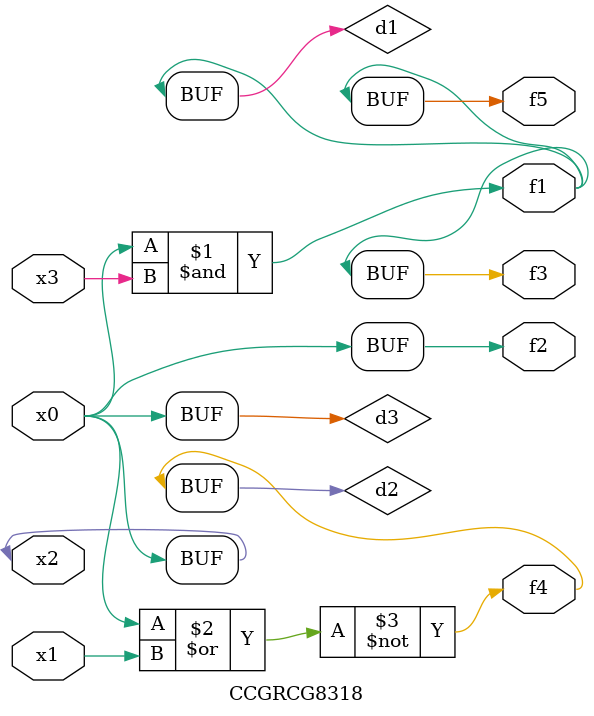
<source format=v>
module CCGRCG8318(
	input x0, x1, x2, x3,
	output f1, f2, f3, f4, f5
);

	wire d1, d2, d3;

	and (d1, x2, x3);
	nor (d2, x0, x1);
	buf (d3, x0, x2);
	assign f1 = d1;
	assign f2 = d3;
	assign f3 = d1;
	assign f4 = d2;
	assign f5 = d1;
endmodule

</source>
